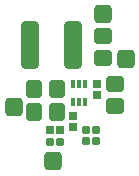
<source format=gts>
G04*
G04 #@! TF.GenerationSoftware,Altium Limited,Altium Designer,23.10.1 (27)*
G04*
G04 Layer_Color=8388736*
%FSLAX25Y25*%
%MOIN*%
G70*
G04*
G04 #@! TF.SameCoordinates,E2D8A25C-67B8-4452-94EE-BD48DEAA500E*
G04*
G04*
G04 #@! TF.FilePolarity,Negative*
G04*
G01*
G75*
G04:AMPARAMS|DCode=20|XSize=28.19mil|YSize=28.19mil|CornerRadius=7.8mil|HoleSize=0mil|Usage=FLASHONLY|Rotation=0.000|XOffset=0mil|YOffset=0mil|HoleType=Round|Shape=RoundedRectangle|*
%AMROUNDEDRECTD20*
21,1,0.02819,0.01260,0,0,0.0*
21,1,0.01260,0.02819,0,0,0.0*
1,1,0.01559,0.00630,-0.00630*
1,1,0.01559,-0.00630,-0.00630*
1,1,0.01559,-0.00630,0.00630*
1,1,0.01559,0.00630,0.00630*
%
%ADD20ROUNDEDRECTD20*%
G04:AMPARAMS|DCode=21|XSize=26.61mil|YSize=26.61mil|CornerRadius=7.4mil|HoleSize=0mil|Usage=FLASHONLY|Rotation=270.000|XOffset=0mil|YOffset=0mil|HoleType=Round|Shape=RoundedRectangle|*
%AMROUNDEDRECTD21*
21,1,0.02661,0.01181,0,0,270.0*
21,1,0.01181,0.02661,0,0,270.0*
1,1,0.01480,-0.00591,-0.00591*
1,1,0.01480,-0.00591,0.00591*
1,1,0.01480,0.00591,0.00591*
1,1,0.01480,0.00591,-0.00591*
%
%ADD21ROUNDEDRECTD21*%
G04:AMPARAMS|DCode=22|XSize=14.8mil|YSize=29.37mil|CornerRadius=4.45mil|HoleSize=0mil|Usage=FLASHONLY|Rotation=0.000|XOffset=0mil|YOffset=0mil|HoleType=Round|Shape=RoundedRectangle|*
%AMROUNDEDRECTD22*
21,1,0.01480,0.02047,0,0,0.0*
21,1,0.00591,0.02937,0,0,0.0*
1,1,0.00890,0.00295,-0.01024*
1,1,0.00890,-0.00295,-0.01024*
1,1,0.00890,-0.00295,0.01024*
1,1,0.00890,0.00295,0.01024*
%
%ADD22ROUNDEDRECTD22*%
G04:AMPARAMS|DCode=23|XSize=62.05mil|YSize=54.17mil|CornerRadius=14.29mil|HoleSize=0mil|Usage=FLASHONLY|Rotation=270.000|XOffset=0mil|YOffset=0mil|HoleType=Round|Shape=RoundedRectangle|*
%AMROUNDEDRECTD23*
21,1,0.06205,0.02559,0,0,270.0*
21,1,0.03347,0.05417,0,0,270.0*
1,1,0.02858,-0.01280,-0.01673*
1,1,0.02858,-0.01280,0.01673*
1,1,0.02858,0.01280,0.01673*
1,1,0.02858,0.01280,-0.01673*
%
%ADD23ROUNDEDRECTD23*%
G04:AMPARAMS|DCode=24|XSize=28.19mil|YSize=28.19mil|CornerRadius=7.8mil|HoleSize=0mil|Usage=FLASHONLY|Rotation=270.000|XOffset=0mil|YOffset=0mil|HoleType=Round|Shape=RoundedRectangle|*
%AMROUNDEDRECTD24*
21,1,0.02819,0.01260,0,0,270.0*
21,1,0.01260,0.02819,0,0,270.0*
1,1,0.01559,-0.00630,-0.00630*
1,1,0.01559,-0.00630,0.00630*
1,1,0.01559,0.00630,0.00630*
1,1,0.01559,0.00630,-0.00630*
%
%ADD24ROUNDEDRECTD24*%
G04:AMPARAMS|DCode=25|XSize=62.05mil|YSize=54.17mil|CornerRadius=14.29mil|HoleSize=0mil|Usage=FLASHONLY|Rotation=180.000|XOffset=0mil|YOffset=0mil|HoleType=Round|Shape=RoundedRectangle|*
%AMROUNDEDRECTD25*
21,1,0.06205,0.02559,0,0,180.0*
21,1,0.03347,0.05417,0,0,180.0*
1,1,0.02858,-0.01673,0.01280*
1,1,0.02858,0.01673,0.01280*
1,1,0.02858,0.01673,-0.01280*
1,1,0.02858,-0.01673,-0.01280*
%
%ADD25ROUNDEDRECTD25*%
G04:AMPARAMS|DCode=26|XSize=160.47mil|YSize=62.05mil|CornerRadius=16.26mil|HoleSize=0mil|Usage=FLASHONLY|Rotation=270.000|XOffset=0mil|YOffset=0mil|HoleType=Round|Shape=RoundedRectangle|*
%AMROUNDEDRECTD26*
21,1,0.16047,0.02953,0,0,270.0*
21,1,0.12795,0.06205,0,0,270.0*
1,1,0.03252,-0.01476,-0.06398*
1,1,0.03252,-0.01476,0.06398*
1,1,0.03252,0.01476,0.06398*
1,1,0.03252,0.01476,-0.06398*
%
%ADD26ROUNDEDRECTD26*%
G04:AMPARAMS|DCode=27|XSize=62.05mil|YSize=62.05mil|CornerRadius=16.26mil|HoleSize=0mil|Usage=FLASHONLY|Rotation=90.000|XOffset=0mil|YOffset=0mil|HoleType=Round|Shape=RoundedRectangle|*
%AMROUNDEDRECTD27*
21,1,0.06205,0.02953,0,0,90.0*
21,1,0.02953,0.06205,0,0,90.0*
1,1,0.03252,0.01476,0.01476*
1,1,0.03252,0.01476,-0.01476*
1,1,0.03252,-0.01476,-0.01476*
1,1,0.03252,-0.01476,0.01476*
%
%ADD27ROUNDEDRECTD27*%
G04:AMPARAMS|DCode=28|XSize=62.05mil|YSize=62.05mil|CornerRadius=16.26mil|HoleSize=0mil|Usage=FLASHONLY|Rotation=0.000|XOffset=0mil|YOffset=0mil|HoleType=Round|Shape=RoundedRectangle|*
%AMROUNDEDRECTD28*
21,1,0.06205,0.02953,0,0,0.0*
21,1,0.02953,0.06205,0,0,0.0*
1,1,0.03252,0.01476,-0.01476*
1,1,0.03252,-0.01476,-0.01476*
1,1,0.03252,-0.01476,0.01476*
1,1,0.03252,0.01476,0.01476*
%
%ADD28ROUNDEDRECTD28*%
D20*
X27756Y25827D02*
D03*
Y22205D02*
D03*
X19685Y11378D02*
D03*
Y15000D02*
D03*
D21*
X27559Y10433D02*
D03*
X24016D02*
D03*
X15551Y6496D02*
D03*
X12008D02*
D03*
X24016Y6693D02*
D03*
X27559D02*
D03*
D22*
X23622Y19921D02*
D03*
X21654D02*
D03*
X19685D02*
D03*
Y25748D02*
D03*
X21654D02*
D03*
X23622D02*
D03*
D23*
X14370Y24016D02*
D03*
X6890D02*
D03*
X14370Y16535D02*
D03*
X6890D02*
D03*
D24*
X15590Y10433D02*
D03*
X11969D02*
D03*
D25*
X33661Y18504D02*
D03*
Y25984D02*
D03*
X29921Y34449D02*
D03*
Y41929D02*
D03*
D26*
X5512Y38976D02*
D03*
X19685D02*
D03*
D27*
X37402Y34252D02*
D03*
X12992Y0D02*
D03*
D28*
X0Y18110D02*
D03*
X29921Y49213D02*
D03*
M02*

</source>
